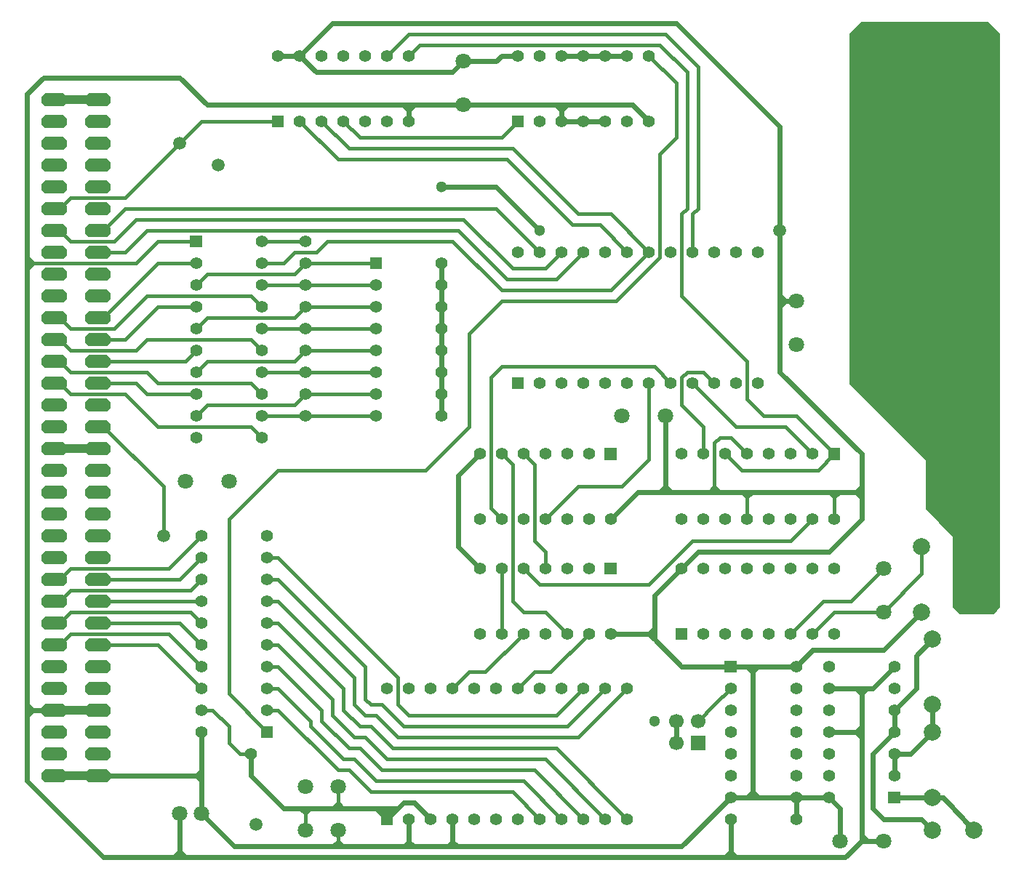
<source format=gbr>
%FSLAX34Y34*%
%MOMM*%
%LNCOPPER_BOTTOM*%
G71*
G01*
%ADD10C,0.400*%
%ADD11C,1.000*%
%ADD12C,1.400*%
%ADD13C,0.600*%
%ADD14C,1.400*%
%ADD15C,2.000*%
%ADD16C,1.700*%
%ADD17C,1.800*%
%ADD18C,1.500*%
%ADD19C,1.300*%
%LPD*%
G36*
X67550Y854012D02*
X71938Y858400D01*
X93162Y858400D01*
X97550Y854012D01*
X97550Y847788D01*
X93162Y843400D01*
X71938Y843400D01*
X67550Y847788D01*
X67550Y854012D01*
G37*
G36*
X118350Y854012D02*
X122738Y858400D01*
X143962Y858400D01*
X148350Y854012D01*
X148350Y847788D01*
X143962Y843400D01*
X122738Y843400D01*
X118350Y847788D01*
X118350Y854012D01*
G37*
G36*
X67550Y828612D02*
X71938Y833000D01*
X93162Y833000D01*
X97550Y828612D01*
X97550Y822388D01*
X93162Y818000D01*
X71938Y818000D01*
X67550Y822388D01*
X67550Y828612D01*
G37*
G36*
X118350Y828612D02*
X122738Y833000D01*
X143962Y833000D01*
X148350Y828612D01*
X148350Y822388D01*
X143962Y818000D01*
X122738Y818000D01*
X118350Y822388D01*
X118350Y828612D01*
G37*
G36*
X67550Y803212D02*
X71938Y807600D01*
X93162Y807600D01*
X97550Y803212D01*
X97550Y796988D01*
X93162Y792600D01*
X71938Y792600D01*
X67550Y796988D01*
X67550Y803212D01*
G37*
G36*
X118350Y803212D02*
X122738Y807600D01*
X143962Y807600D01*
X148350Y803212D01*
X148350Y796988D01*
X143962Y792600D01*
X122738Y792600D01*
X118350Y796988D01*
X118350Y803212D01*
G37*
G36*
X67550Y777812D02*
X71938Y782200D01*
X93162Y782200D01*
X97550Y777812D01*
X97550Y771588D01*
X93162Y767200D01*
X71938Y767200D01*
X67550Y771588D01*
X67550Y777812D01*
G37*
G36*
X118350Y777812D02*
X122738Y782200D01*
X143962Y782200D01*
X148350Y777812D01*
X148350Y771588D01*
X143962Y767200D01*
X122738Y767200D01*
X118350Y771588D01*
X118350Y777812D01*
G37*
G36*
X67550Y752412D02*
X71938Y756800D01*
X93162Y756800D01*
X97550Y752412D01*
X97550Y746188D01*
X93162Y741800D01*
X71938Y741800D01*
X67550Y746188D01*
X67550Y752412D01*
G37*
G36*
X118350Y752412D02*
X122738Y756800D01*
X143962Y756800D01*
X148350Y752412D01*
X148350Y746188D01*
X143962Y741800D01*
X122738Y741800D01*
X118350Y746188D01*
X118350Y752412D01*
G37*
G36*
X67550Y727012D02*
X71938Y731400D01*
X93162Y731400D01*
X97550Y727012D01*
X97550Y720788D01*
X93162Y716400D01*
X71938Y716400D01*
X67550Y720788D01*
X67550Y727012D01*
G37*
G36*
X118350Y727012D02*
X122738Y731400D01*
X143962Y731400D01*
X148350Y727012D01*
X148350Y720788D01*
X143962Y716400D01*
X122738Y716400D01*
X118350Y720788D01*
X118350Y727012D01*
G37*
G36*
X67550Y701612D02*
X71938Y706000D01*
X93162Y706000D01*
X97550Y701612D01*
X97550Y695388D01*
X93162Y691000D01*
X71938Y691000D01*
X67550Y695388D01*
X67550Y701612D01*
G37*
G36*
X118350Y701612D02*
X122738Y706000D01*
X143962Y706000D01*
X148350Y701612D01*
X148350Y695388D01*
X143962Y691000D01*
X122738Y691000D01*
X118350Y695388D01*
X118350Y701612D01*
G37*
G36*
X67550Y676212D02*
X71938Y680600D01*
X93162Y680600D01*
X97550Y676212D01*
X97550Y669988D01*
X93162Y665600D01*
X71938Y665600D01*
X67550Y669988D01*
X67550Y676212D01*
G37*
G36*
X118350Y676212D02*
X122738Y680600D01*
X143962Y680600D01*
X148350Y676212D01*
X148350Y669988D01*
X143962Y665600D01*
X122738Y665600D01*
X118350Y669988D01*
X118350Y676212D01*
G37*
G36*
X67550Y650812D02*
X71938Y655200D01*
X93162Y655200D01*
X97550Y650812D01*
X97550Y644588D01*
X93162Y640200D01*
X71938Y640200D01*
X67550Y644588D01*
X67550Y650812D01*
G37*
G36*
X118350Y650812D02*
X122738Y655200D01*
X143962Y655200D01*
X148350Y650812D01*
X148350Y644588D01*
X143962Y640200D01*
X122738Y640200D01*
X118350Y644588D01*
X118350Y650812D01*
G37*
G36*
X67550Y625412D02*
X71938Y629800D01*
X93162Y629800D01*
X97550Y625412D01*
X97550Y619188D01*
X93162Y614800D01*
X71938Y614800D01*
X67550Y619188D01*
X67550Y625412D01*
G37*
G36*
X118350Y625412D02*
X122738Y629800D01*
X143962Y629800D01*
X148350Y625412D01*
X148350Y619188D01*
X143962Y614800D01*
X122738Y614800D01*
X118350Y619188D01*
X118350Y625412D01*
G37*
G36*
X67550Y600012D02*
X71938Y604400D01*
X93162Y604400D01*
X97550Y600012D01*
X97550Y593788D01*
X93162Y589400D01*
X71938Y589400D01*
X67550Y593788D01*
X67550Y600012D01*
G37*
G36*
X118350Y600012D02*
X122738Y604400D01*
X143962Y604400D01*
X148350Y600012D01*
X148350Y593788D01*
X143962Y589400D01*
X122738Y589400D01*
X118350Y593788D01*
X118350Y600012D01*
G37*
G36*
X67550Y574612D02*
X71938Y579000D01*
X93162Y579000D01*
X97550Y574612D01*
X97550Y568388D01*
X93162Y564000D01*
X71938Y564000D01*
X67550Y568388D01*
X67550Y574612D01*
G37*
G36*
X118350Y574612D02*
X122738Y579000D01*
X143962Y579000D01*
X148350Y574612D01*
X148350Y568388D01*
X143962Y564000D01*
X122738Y564000D01*
X118350Y568388D01*
X118350Y574612D01*
G37*
G36*
X67550Y549212D02*
X71938Y553600D01*
X93162Y553600D01*
X97550Y549212D01*
X97550Y542988D01*
X93162Y538600D01*
X71938Y538600D01*
X67550Y542988D01*
X67550Y549212D01*
G37*
G36*
X118350Y549212D02*
X122738Y553600D01*
X143962Y553600D01*
X148350Y549212D01*
X148350Y542988D01*
X143962Y538600D01*
X122738Y538600D01*
X118350Y542988D01*
X118350Y549212D01*
G37*
G36*
X67550Y523812D02*
X71938Y528200D01*
X93162Y528200D01*
X97550Y523812D01*
X97550Y517588D01*
X93162Y513200D01*
X71938Y513200D01*
X67550Y517588D01*
X67550Y523812D01*
G37*
G36*
X118350Y523812D02*
X122738Y528200D01*
X143962Y528200D01*
X148350Y523812D01*
X148350Y517588D01*
X143962Y513200D01*
X122738Y513200D01*
X118350Y517588D01*
X118350Y523812D01*
G37*
G36*
X67550Y498412D02*
X71938Y502800D01*
X93162Y502800D01*
X97550Y498412D01*
X97550Y492188D01*
X93162Y487800D01*
X71938Y487800D01*
X67550Y492188D01*
X67550Y498412D01*
G37*
G36*
X118350Y498412D02*
X122738Y502800D01*
X143962Y502800D01*
X148350Y498412D01*
X148350Y492188D01*
X143962Y487800D01*
X122738Y487800D01*
X118350Y492188D01*
X118350Y498412D01*
G37*
G36*
X67550Y473012D02*
X71938Y477400D01*
X93162Y477400D01*
X97550Y473012D01*
X97550Y466788D01*
X93162Y462400D01*
X71938Y462400D01*
X67550Y466788D01*
X67550Y473012D01*
G37*
G36*
X118350Y473012D02*
X122738Y477400D01*
X143962Y477400D01*
X148350Y473012D01*
X148350Y466788D01*
X143962Y462400D01*
X122738Y462400D01*
X118350Y466788D01*
X118350Y473012D01*
G37*
G36*
X67550Y447612D02*
X71938Y452000D01*
X93162Y452000D01*
X97550Y447612D01*
X97550Y441388D01*
X93162Y437000D01*
X71938Y437000D01*
X67550Y441388D01*
X67550Y447612D01*
G37*
G36*
X118350Y447612D02*
X122738Y452000D01*
X143962Y452000D01*
X148350Y447612D01*
X148350Y441388D01*
X143962Y437000D01*
X122738Y437000D01*
X118350Y441388D01*
X118350Y447612D01*
G37*
G36*
X67550Y422212D02*
X71938Y426600D01*
X93162Y426600D01*
X97550Y422212D01*
X97550Y415988D01*
X93162Y411600D01*
X71938Y411600D01*
X67550Y415988D01*
X67550Y422212D01*
G37*
G36*
X118350Y422212D02*
X122738Y426600D01*
X143962Y426600D01*
X148350Y422212D01*
X148350Y415988D01*
X143962Y411600D01*
X122738Y411600D01*
X118350Y415988D01*
X118350Y422212D01*
G37*
G36*
X67550Y396812D02*
X71938Y401200D01*
X93162Y401200D01*
X97550Y396812D01*
X97550Y390588D01*
X93162Y386200D01*
X71938Y386200D01*
X67550Y390588D01*
X67550Y396812D01*
G37*
G36*
X118350Y396812D02*
X122738Y401200D01*
X143962Y401200D01*
X148350Y396812D01*
X148350Y390588D01*
X143962Y386200D01*
X122738Y386200D01*
X118350Y390588D01*
X118350Y396812D01*
G37*
G36*
X67550Y371412D02*
X71938Y375800D01*
X93162Y375800D01*
X97550Y371412D01*
X97550Y365188D01*
X93162Y360800D01*
X71938Y360800D01*
X67550Y365188D01*
X67550Y371412D01*
G37*
G36*
X118350Y371412D02*
X122738Y375800D01*
X143962Y375800D01*
X148350Y371412D01*
X148350Y365188D01*
X143962Y360800D01*
X122738Y360800D01*
X118350Y365188D01*
X118350Y371412D01*
G37*
G36*
X67550Y346012D02*
X71938Y350400D01*
X93162Y350400D01*
X97550Y346012D01*
X97550Y339788D01*
X93162Y335400D01*
X71938Y335400D01*
X67550Y339788D01*
X67550Y346012D01*
G37*
G36*
X118350Y346012D02*
X122738Y350400D01*
X143962Y350400D01*
X148350Y346012D01*
X148350Y339788D01*
X143962Y335400D01*
X122738Y335400D01*
X118350Y339788D01*
X118350Y346012D01*
G37*
G36*
X67550Y320612D02*
X71938Y325000D01*
X93162Y325000D01*
X97550Y320612D01*
X97550Y314388D01*
X93162Y310000D01*
X71938Y310000D01*
X67550Y314388D01*
X67550Y320612D01*
G37*
G36*
X118350Y320612D02*
X122738Y325000D01*
X143962Y325000D01*
X148350Y320612D01*
X148350Y314388D01*
X143962Y310000D01*
X122738Y310000D01*
X118350Y314388D01*
X118350Y320612D01*
G37*
G36*
X67550Y295212D02*
X71938Y299600D01*
X93162Y299600D01*
X97550Y295212D01*
X97550Y288988D01*
X93162Y284600D01*
X71938Y284600D01*
X67550Y288988D01*
X67550Y295212D01*
G37*
G36*
X118350Y295212D02*
X122738Y299600D01*
X143962Y299600D01*
X148350Y295212D01*
X148350Y288988D01*
X143962Y284600D01*
X122738Y284600D01*
X118350Y288988D01*
X118350Y295212D01*
G37*
G36*
X67550Y269812D02*
X71938Y274200D01*
X93162Y274200D01*
X97550Y269812D01*
X97550Y263588D01*
X93162Y259200D01*
X71938Y259200D01*
X67550Y263588D01*
X67550Y269812D01*
G37*
G36*
X118350Y269812D02*
X122738Y274200D01*
X143962Y274200D01*
X148350Y269812D01*
X148350Y263588D01*
X143962Y259200D01*
X122738Y259200D01*
X118350Y263588D01*
X118350Y269812D01*
G37*
G36*
X67550Y244412D02*
X71938Y248800D01*
X93162Y248800D01*
X97550Y244412D01*
X97550Y238188D01*
X93162Y233800D01*
X71938Y233800D01*
X67550Y238188D01*
X67550Y244412D01*
G37*
G36*
X118350Y244412D02*
X122738Y248800D01*
X143962Y248800D01*
X148350Y244412D01*
X148350Y238188D01*
X143962Y233800D01*
X122738Y233800D01*
X118350Y238188D01*
X118350Y244412D01*
G37*
G36*
X67550Y219012D02*
X71938Y223400D01*
X93162Y223400D01*
X97550Y219012D01*
X97550Y212788D01*
X93162Y208400D01*
X71938Y208400D01*
X67550Y212788D01*
X67550Y219012D01*
G37*
G36*
X118350Y219012D02*
X122738Y223400D01*
X143962Y223400D01*
X148350Y219012D01*
X148350Y212788D01*
X143962Y208400D01*
X122738Y208400D01*
X118350Y212788D01*
X118350Y219012D01*
G37*
G36*
X67550Y193612D02*
X71938Y198000D01*
X93162Y198000D01*
X97550Y193612D01*
X97550Y187388D01*
X93162Y183000D01*
X71938Y183000D01*
X67550Y187388D01*
X67550Y193612D01*
G37*
G36*
X118350Y193612D02*
X122738Y198000D01*
X143962Y198000D01*
X148350Y193612D01*
X148350Y187388D01*
X143962Y183000D01*
X122738Y183000D01*
X118350Y187388D01*
X118350Y193612D01*
G37*
G36*
X67550Y168212D02*
X71938Y172600D01*
X93162Y172600D01*
X97550Y168212D01*
X97550Y161988D01*
X93162Y157600D01*
X71938Y157600D01*
X67550Y161988D01*
X67550Y168212D01*
G37*
G36*
X118350Y168212D02*
X122738Y172600D01*
X143962Y172600D01*
X148350Y168212D01*
X148350Y161988D01*
X143962Y157600D01*
X122738Y157600D01*
X118350Y161988D01*
X118350Y168212D01*
G37*
G36*
X67550Y142812D02*
X71938Y147200D01*
X93162Y147200D01*
X97550Y142812D01*
X97550Y136588D01*
X93162Y132200D01*
X71938Y132200D01*
X67550Y136588D01*
X67550Y142812D01*
G37*
G36*
X118350Y142812D02*
X122738Y147200D01*
X143962Y147200D01*
X148350Y142812D01*
X148350Y136588D01*
X143962Y132200D01*
X122738Y132200D01*
X118350Y136588D01*
X118350Y142812D01*
G37*
G36*
X67550Y117412D02*
X71938Y121800D01*
X93162Y121800D01*
X97550Y117412D01*
X97550Y111188D01*
X93162Y106800D01*
X71938Y106800D01*
X67550Y111188D01*
X67550Y117412D01*
G37*
G36*
X118350Y117412D02*
X122738Y121800D01*
X143962Y121800D01*
X148350Y117412D01*
X148350Y111188D01*
X143962Y106800D01*
X122738Y106800D01*
X118350Y111188D01*
X118350Y117412D01*
G37*
G36*
X67550Y92012D02*
X71938Y96400D01*
X93162Y96400D01*
X97550Y92012D01*
X97550Y85788D01*
X93162Y81400D01*
X71938Y81400D01*
X67550Y85788D01*
X67550Y92012D01*
G37*
G36*
X118350Y92012D02*
X122738Y96400D01*
X143962Y96400D01*
X148350Y92012D01*
X148350Y85788D01*
X143962Y81400D01*
X122738Y81400D01*
X118350Y85788D01*
X118350Y92012D01*
G37*
G36*
X67550Y66612D02*
X71938Y71000D01*
X93162Y71000D01*
X97550Y66612D01*
X97550Y60388D01*
X93162Y56000D01*
X71938Y56000D01*
X67550Y60388D01*
X67550Y66612D01*
G37*
G36*
X118350Y66612D02*
X122738Y71000D01*
X143962Y71000D01*
X148350Y66612D01*
X148350Y60388D01*
X143962Y56000D01*
X122738Y56000D01*
X118350Y60388D01*
X118350Y66612D01*
G37*
G54D10*
X82550Y850900D02*
X88900Y850900D01*
G54D11*
X82550Y444500D02*
X133350Y444500D01*
X139700Y444500D01*
G54D11*
X82550Y63500D02*
X133350Y63500D01*
G54D11*
X82550Y850900D02*
X133350Y850900D01*
G54D11*
X82550Y139700D02*
X133350Y139700D01*
G36*
X254650Y692800D02*
X254650Y678800D01*
X240650Y678800D01*
X240650Y692800D01*
X254650Y692800D01*
G37*
X247650Y660400D02*
G54D12*
D03*
X247650Y635000D02*
G54D12*
D03*
X247650Y609600D02*
G54D12*
D03*
X247650Y584200D02*
G54D12*
D03*
X247650Y558800D02*
G54D12*
D03*
X247650Y533400D02*
G54D12*
D03*
X247650Y508000D02*
G54D12*
D03*
X247650Y482600D02*
G54D12*
D03*
X247650Y457200D02*
G54D12*
D03*
X323850Y457200D02*
G54D12*
D03*
X323850Y482600D02*
G54D12*
D03*
X323850Y508000D02*
G54D12*
D03*
X323850Y533400D02*
G54D12*
D03*
X323850Y558800D02*
G54D12*
D03*
X323850Y584200D02*
G54D12*
D03*
X323850Y609600D02*
G54D12*
D03*
X323850Y635000D02*
G54D12*
D03*
X323850Y660400D02*
G54D12*
D03*
X323850Y685800D02*
G54D12*
D03*
G54D10*
X247650Y635000D02*
X260350Y647700D01*
X361950Y647700D01*
X374650Y660400D01*
X457200Y660400D01*
G54D10*
X247650Y584200D02*
X260350Y596900D01*
X361950Y596900D01*
X374650Y609600D01*
X457200Y609600D01*
G54D10*
X247650Y533400D02*
X260350Y546100D01*
X361950Y546100D01*
X374650Y558800D01*
X457200Y558800D01*
G54D10*
X247650Y482600D02*
X260350Y495300D01*
X361950Y495300D01*
X374650Y508000D01*
X457200Y508000D01*
G54D10*
X323850Y635000D02*
X457200Y635000D01*
G54D10*
X323850Y584200D02*
X457200Y584200D01*
G54D10*
X323850Y533400D02*
X457200Y533400D01*
G54D10*
X323850Y482600D02*
X457200Y482600D01*
G54D10*
X139700Y596900D02*
X203200Y660400D01*
X247650Y660400D01*
G54D10*
X133350Y571500D02*
X165100Y571500D01*
X203200Y609600D01*
X247650Y609600D01*
G54D10*
X88900Y571500D02*
X101600Y558800D01*
X177800Y558800D01*
X190500Y571500D01*
X311150Y571500D01*
X323850Y558800D01*
G54D10*
X133350Y546100D02*
X234950Y546100D01*
X247650Y558800D01*
G54D10*
X133350Y520700D02*
X177800Y520700D01*
X190500Y508000D01*
X247650Y508000D01*
G54D13*
X533400Y482600D02*
X533400Y508000D01*
X533400Y533400D01*
X533400Y558800D01*
X533400Y584200D01*
X533400Y609600D01*
X533400Y635000D01*
X533400Y660400D01*
X374650Y508000D02*
G54D14*
D03*
X374650Y533400D02*
G54D14*
D03*
X374650Y558800D02*
G54D14*
D03*
X374650Y584200D02*
G54D14*
D03*
X374650Y609600D02*
G54D14*
D03*
X374650Y635000D02*
G54D14*
D03*
X374650Y660400D02*
G54D14*
D03*
X374650Y685800D02*
G54D14*
D03*
X374650Y482600D02*
G54D14*
D03*
G36*
X335900Y832500D02*
X349900Y832500D01*
X349900Y818500D01*
X335900Y818500D01*
X335900Y832500D01*
G37*
X368300Y825500D02*
G54D12*
D03*
X393700Y825500D02*
G54D12*
D03*
X419100Y825500D02*
G54D12*
D03*
X444500Y825500D02*
G54D12*
D03*
X469900Y825500D02*
G54D12*
D03*
X495300Y825500D02*
G54D12*
D03*
X495300Y901700D02*
G54D12*
D03*
X469900Y901700D02*
G54D12*
D03*
X444500Y901700D02*
G54D12*
D03*
X419100Y901700D02*
G54D12*
D03*
X393700Y901700D02*
G54D12*
D03*
X368300Y901700D02*
G54D12*
D03*
X342900Y901700D02*
G54D12*
D03*
G36*
X615300Y527700D02*
X629300Y527700D01*
X629300Y513700D01*
X615300Y513700D01*
X615300Y527700D01*
G37*
X647700Y520700D02*
G54D12*
D03*
X673100Y520700D02*
G54D12*
D03*
X698500Y520700D02*
G54D12*
D03*
X723900Y520700D02*
G54D12*
D03*
X749300Y520700D02*
G54D12*
D03*
X774700Y520700D02*
G54D12*
D03*
X800100Y520700D02*
G54D12*
D03*
X825500Y520700D02*
G54D12*
D03*
X850900Y520700D02*
G54D12*
D03*
X876300Y520700D02*
G54D12*
D03*
X901700Y520700D02*
G54D12*
D03*
X901700Y673100D02*
G54D12*
D03*
X876300Y673100D02*
G54D12*
D03*
X850900Y673100D02*
G54D12*
D03*
X825500Y673100D02*
G54D12*
D03*
X800100Y673100D02*
G54D12*
D03*
X774700Y673100D02*
G54D12*
D03*
X749300Y673100D02*
G54D12*
D03*
X723900Y673100D02*
G54D12*
D03*
X698500Y673100D02*
G54D12*
D03*
X673100Y673100D02*
G54D12*
D03*
X647700Y673100D02*
G54D12*
D03*
X622300Y673100D02*
G54D12*
D03*
G54D10*
X88900Y723900D02*
X101600Y736600D01*
X165100Y736600D01*
X254000Y825500D01*
X342900Y825500D01*
G54D10*
X133350Y698500D02*
X139700Y698500D01*
X165100Y723900D01*
X596900Y723900D01*
X647700Y673100D01*
G36*
X615300Y832500D02*
X629300Y832500D01*
X629300Y818500D01*
X615300Y818500D01*
X615300Y832500D01*
G37*
X647700Y825500D02*
G54D12*
D03*
X673100Y825500D02*
G54D12*
D03*
X698500Y825500D02*
G54D12*
D03*
X723900Y825500D02*
G54D12*
D03*
X749300Y825500D02*
G54D12*
D03*
X774700Y825500D02*
G54D12*
D03*
X774700Y901700D02*
G54D12*
D03*
X749300Y901700D02*
G54D12*
D03*
X723900Y901700D02*
G54D12*
D03*
X698500Y901700D02*
G54D12*
D03*
X673100Y901700D02*
G54D12*
D03*
X647700Y901700D02*
G54D12*
D03*
X622300Y901700D02*
G54D12*
D03*
G54D10*
X368300Y825500D02*
X412750Y781050D01*
X609600Y781050D01*
X685800Y704850D01*
X717550Y704850D01*
X749300Y673100D01*
G54D10*
X88900Y698500D02*
X101600Y685800D01*
X152400Y685800D01*
X177800Y711200D01*
X558800Y711200D01*
X615950Y654050D01*
X654050Y654050D01*
X673100Y673100D01*
G54D10*
X133350Y673100D02*
X165100Y673100D01*
X190500Y698500D01*
X552450Y698500D01*
X609600Y641350D01*
X666750Y641350D01*
X698500Y673100D01*
G54D10*
X393700Y825500D02*
X425450Y793750D01*
X615950Y793750D01*
X692150Y717550D01*
X730250Y717550D01*
X774700Y673100D01*
G54D10*
X419100Y825500D02*
X438150Y806450D01*
X603250Y806450D01*
X622300Y825500D01*
G54D13*
X673100Y901700D02*
X698500Y901700D01*
X723900Y901700D01*
X749300Y901700D01*
G36*
X323200Y107300D02*
X323200Y121300D01*
X337200Y121300D01*
X337200Y107300D01*
X323200Y107300D01*
G37*
X330200Y139700D02*
G54D12*
D03*
X330200Y165100D02*
G54D12*
D03*
X330200Y190500D02*
G54D12*
D03*
X330200Y215900D02*
G54D12*
D03*
X330200Y241300D02*
G54D12*
D03*
X330200Y266700D02*
G54D12*
D03*
X330200Y292100D02*
G54D12*
D03*
X330200Y317500D02*
G54D12*
D03*
X330200Y342900D02*
G54D12*
D03*
X254000Y342900D02*
G54D12*
D03*
X254000Y317500D02*
G54D12*
D03*
X254000Y292100D02*
G54D12*
D03*
X254000Y266700D02*
G54D12*
D03*
X254000Y241300D02*
G54D12*
D03*
X254000Y215900D02*
G54D12*
D03*
X254000Y190500D02*
G54D12*
D03*
X254000Y165100D02*
G54D12*
D03*
X254000Y139700D02*
G54D12*
D03*
X254000Y114300D02*
G54D12*
D03*
G54D10*
X133350Y215900D02*
X203200Y215900D01*
X254000Y165100D01*
G54D10*
X101600Y228600D02*
X215900Y228600D01*
X254000Y190500D01*
G54D10*
X88900Y241300D02*
X101600Y254000D01*
X241300Y254000D01*
X254000Y241300D01*
G54D10*
X133350Y266700D02*
X254000Y266700D01*
G54D10*
X133350Y292100D02*
X228600Y292100D01*
X254000Y317500D01*
G54D10*
X88900Y292100D02*
X101600Y304800D01*
X215900Y304800D01*
X254000Y342900D01*
G54D10*
X88900Y266700D02*
X101600Y279400D01*
X241300Y279400D01*
X254000Y292100D01*
G36*
X1053450Y31100D02*
X1053450Y45100D01*
X1067450Y45100D01*
X1067450Y31100D01*
X1053450Y31100D01*
G37*
X1060450Y63500D02*
G54D12*
D03*
X1060450Y88900D02*
G54D12*
D03*
X1060450Y114300D02*
G54D12*
D03*
X1060450Y139700D02*
G54D12*
D03*
X1060450Y165100D02*
G54D12*
D03*
X1060450Y190500D02*
G54D12*
D03*
X984250Y190500D02*
G54D12*
D03*
X984250Y165100D02*
G54D12*
D03*
X984250Y139700D02*
G54D12*
D03*
X984250Y114300D02*
G54D12*
D03*
X984250Y88900D02*
G54D12*
D03*
X984250Y63500D02*
G54D12*
D03*
X984250Y38100D02*
G54D12*
D03*
X1104900Y38100D02*
G54D15*
D03*
X1104900Y114300D02*
G54D15*
D03*
X1104900Y146050D02*
G54D15*
D03*
X1104900Y222250D02*
G54D15*
D03*
G54D13*
X1060450Y63500D02*
X1060450Y88900D01*
G54D13*
X1060450Y114300D02*
X1060450Y139700D01*
G54D13*
X1104900Y114300D02*
X1079500Y88900D01*
X1060450Y88900D01*
X1104900Y0D02*
G54D15*
D03*
X1153300Y0D02*
G54D15*
D03*
G54D13*
X1153300Y0D02*
X1117600Y38100D01*
X1060450Y38100D01*
G54D13*
X1104900Y146050D02*
X1104900Y114300D01*
G36*
X876950Y197500D02*
X876950Y183500D01*
X862950Y183500D01*
X862950Y197500D01*
X876950Y197500D01*
G37*
X869950Y165100D02*
G54D12*
D03*
X869950Y139700D02*
G54D12*
D03*
X869950Y114300D02*
G54D12*
D03*
X869950Y88900D02*
G54D12*
D03*
X869950Y63500D02*
G54D12*
D03*
X869950Y38100D02*
G54D12*
D03*
X869950Y12700D02*
G54D12*
D03*
X946150Y12700D02*
G54D12*
D03*
X946150Y38100D02*
G54D12*
D03*
X946150Y63500D02*
G54D12*
D03*
X946150Y88900D02*
G54D12*
D03*
X946150Y114300D02*
G54D12*
D03*
X946150Y139700D02*
G54D12*
D03*
X946150Y165100D02*
G54D12*
D03*
X946150Y190500D02*
G54D12*
D03*
G54D13*
X895350Y190500D02*
X895350Y38100D01*
G54D13*
X869950Y38100D02*
X946150Y38100D01*
X946150Y12700D01*
G36*
X823350Y93100D02*
X823350Y110100D01*
X840350Y110100D01*
X840350Y93100D01*
X823350Y93100D01*
G37*
X806450Y101600D02*
G54D16*
D03*
X831850Y127000D02*
G54D16*
D03*
X806450Y127000D02*
G54D16*
D03*
G54D13*
X806450Y127000D02*
X806450Y101600D01*
G36*
X895350Y44450D02*
X901700Y38100D01*
X889000Y38100D01*
X895350Y44450D01*
G37*
G54D13*
X895350Y44450D02*
X901700Y38100D01*
X889000Y38100D01*
X895350Y44450D01*
G54D13*
X869950Y190500D02*
X946150Y190500D01*
G36*
X895350Y184150D02*
X889000Y190500D01*
X901700Y190500D01*
X895350Y184150D01*
G37*
G54D13*
X895350Y184150D02*
X889000Y190500D01*
X901700Y190500D01*
X895350Y184150D01*
G54D13*
X1104900Y222250D02*
X1085850Y203200D01*
X1085850Y165100D01*
X1060450Y139700D01*
G36*
X737250Y431150D02*
X723250Y431150D01*
X723250Y445150D01*
X737250Y445150D01*
X737250Y431150D01*
G37*
X704850Y438150D02*
G54D12*
D03*
X679450Y438150D02*
G54D12*
D03*
X654050Y438150D02*
G54D12*
D03*
X628650Y438150D02*
G54D12*
D03*
X603250Y438150D02*
G54D12*
D03*
X577850Y438150D02*
G54D12*
D03*
X577850Y361950D02*
G54D12*
D03*
X603250Y361950D02*
G54D12*
D03*
X628650Y361950D02*
G54D12*
D03*
X654050Y361950D02*
G54D12*
D03*
X679450Y361950D02*
G54D12*
D03*
X704850Y361950D02*
G54D12*
D03*
X730250Y361950D02*
G54D12*
D03*
G36*
X997600Y431150D02*
X983600Y431150D01*
X983600Y445150D01*
X997600Y445150D01*
X997600Y431150D01*
G37*
X965200Y438150D02*
G54D12*
D03*
X939800Y438150D02*
G54D12*
D03*
X914400Y438150D02*
G54D12*
D03*
X889000Y438150D02*
G54D12*
D03*
X863600Y438150D02*
G54D12*
D03*
X838200Y438150D02*
G54D12*
D03*
X812800Y438150D02*
G54D12*
D03*
X812800Y361950D02*
G54D12*
D03*
X838200Y361950D02*
G54D12*
D03*
X863600Y361950D02*
G54D12*
D03*
X889000Y361950D02*
G54D12*
D03*
X914400Y361950D02*
G54D12*
D03*
X939800Y361950D02*
G54D12*
D03*
X965200Y361950D02*
G54D12*
D03*
X990600Y361950D02*
G54D12*
D03*
G36*
X737250Y297800D02*
X723250Y297800D01*
X723250Y311800D01*
X737250Y311800D01*
X737250Y297800D01*
G37*
X704850Y304800D02*
G54D12*
D03*
X679450Y304800D02*
G54D12*
D03*
X654050Y304800D02*
G54D12*
D03*
X628650Y304800D02*
G54D12*
D03*
X603250Y304800D02*
G54D12*
D03*
X577850Y304800D02*
G54D12*
D03*
X577850Y228600D02*
G54D12*
D03*
X603250Y228600D02*
G54D12*
D03*
X628650Y228600D02*
G54D12*
D03*
X654050Y228600D02*
G54D12*
D03*
X679450Y228600D02*
G54D12*
D03*
X704850Y228600D02*
G54D12*
D03*
X730250Y228600D02*
G54D12*
D03*
G54D10*
X863600Y438150D02*
X863600Y438150D01*
X882650Y419100D01*
X971550Y419100D01*
X990600Y438150D01*
G54D10*
X850900Y520700D02*
X838200Y533400D01*
X819150Y533400D01*
X812800Y527050D01*
X812800Y495300D01*
X838200Y469900D01*
X838200Y438150D01*
G54D10*
X774700Y520700D02*
X774700Y431800D01*
X742950Y400050D01*
X692150Y400050D01*
X654050Y361950D01*
G54D10*
X800100Y520700D02*
X781050Y539750D01*
X603250Y539750D01*
X590550Y527050D01*
X590550Y374650D01*
X603250Y361950D01*
G36*
X805800Y235600D02*
X819800Y235600D01*
X819800Y221600D01*
X805800Y221600D01*
X805800Y235600D01*
G37*
X838200Y228600D02*
G54D12*
D03*
X863600Y228600D02*
G54D12*
D03*
X889000Y228600D02*
G54D12*
D03*
X914400Y228600D02*
G54D12*
D03*
X939800Y228600D02*
G54D12*
D03*
X965200Y228600D02*
G54D12*
D03*
X990600Y228600D02*
G54D12*
D03*
X990600Y304800D02*
G54D12*
D03*
X965200Y304800D02*
G54D12*
D03*
X939800Y304800D02*
G54D12*
D03*
X914400Y304800D02*
G54D12*
D03*
X889000Y304800D02*
G54D12*
D03*
X863600Y304800D02*
G54D12*
D03*
X838200Y304800D02*
G54D12*
D03*
X812800Y304800D02*
G54D12*
D03*
G54D10*
X654050Y304800D02*
X654050Y323850D01*
X641350Y336550D01*
X641350Y425450D01*
X628650Y438150D01*
G54D10*
X603250Y438150D02*
X615950Y425450D01*
X615950Y266700D01*
X628650Y254000D01*
X654050Y254000D01*
X679450Y228600D01*
G54D10*
X603250Y228600D02*
X603250Y304800D01*
G54D10*
X469900Y901700D02*
X495300Y927100D01*
X793750Y927100D01*
X831850Y889000D01*
X831850Y723900D01*
X825500Y717550D01*
X825500Y673100D01*
X1047750Y304800D02*
G54D17*
D03*
X1047750Y254000D02*
G54D17*
D03*
X1092200Y254000D02*
G54D15*
D03*
X1092200Y330200D02*
G54D15*
D03*
G36*
X462900Y19700D02*
X476900Y19700D01*
X476900Y5700D01*
X462900Y5700D01*
X462900Y19700D01*
G37*
X495300Y12700D02*
G54D12*
D03*
X520700Y12700D02*
G54D12*
D03*
X546100Y12700D02*
G54D12*
D03*
X571500Y12700D02*
G54D12*
D03*
X596900Y12700D02*
G54D12*
D03*
X622300Y12700D02*
G54D12*
D03*
X647700Y12700D02*
G54D12*
D03*
X673100Y12700D02*
G54D12*
D03*
X698500Y12700D02*
G54D12*
D03*
X723900Y12700D02*
G54D12*
D03*
X749300Y12700D02*
G54D12*
D03*
X749300Y165100D02*
G54D12*
D03*
X723900Y165100D02*
G54D12*
D03*
X698500Y165100D02*
G54D12*
D03*
X673100Y165100D02*
G54D12*
D03*
X647700Y165100D02*
G54D12*
D03*
X622300Y165100D02*
G54D12*
D03*
X596900Y165100D02*
G54D12*
D03*
X571500Y165100D02*
G54D12*
D03*
X546100Y165100D02*
G54D12*
D03*
X520700Y165100D02*
G54D12*
D03*
X495300Y165100D02*
G54D12*
D03*
X469900Y165100D02*
G54D12*
D03*
G54D10*
X330200Y139700D02*
X342900Y139700D01*
X412750Y69850D01*
X425450Y69850D01*
X450850Y44450D01*
X615950Y44450D01*
X647700Y12700D01*
G54D10*
X330200Y190500D02*
X342900Y190500D01*
X393700Y139700D01*
X393700Y127000D01*
X425450Y95250D01*
X438150Y95250D01*
X463550Y69850D01*
G54D10*
X330200Y215900D02*
X342900Y215900D01*
X406400Y152400D01*
X406400Y133350D01*
X431800Y107950D01*
X444500Y107950D01*
X469900Y82550D01*
G54D10*
X330200Y292100D02*
X342900Y292100D01*
X444500Y190500D01*
X444500Y152400D01*
X450850Y146050D01*
X463550Y146050D01*
X488950Y120650D01*
G54D10*
X330200Y317500D02*
X342900Y317500D01*
X482600Y177800D01*
X482600Y146050D01*
X495300Y133350D01*
X666750Y133350D01*
X698500Y165100D01*
G54D13*
X469900Y12700D02*
X488950Y31750D01*
X501650Y31750D01*
X520700Y12700D01*
G54D10*
X628650Y228600D02*
X584200Y184150D01*
X565150Y184150D01*
X546100Y165100D01*
G54D10*
X704850Y228600D02*
X660400Y184150D01*
X641350Y184150D01*
X622300Y165100D01*
G54D10*
X628650Y304800D02*
X647700Y285750D01*
X774700Y285750D01*
X825500Y336550D01*
X939800Y336550D01*
X965200Y361950D01*
G54D10*
X939800Y228600D02*
X977900Y266700D01*
X1009650Y266700D01*
X1047750Y304800D01*
G54D10*
X965200Y228600D02*
X990600Y254000D01*
X1047750Y254000D01*
G54D10*
X1047750Y254000D02*
X1092200Y298450D01*
G54D10*
X1092200Y298450D02*
X1092200Y330200D01*
G54D13*
X946150Y190500D02*
X965200Y209550D01*
X1047750Y209550D01*
X1092200Y254000D01*
G54D13*
X869950Y12700D02*
X869950Y-31750D01*
X1047750Y-12700D02*
G54D17*
D03*
X996950Y-12700D02*
G54D17*
D03*
G54D13*
X1022350Y-12700D02*
X1047750Y-12700D01*
G36*
X1022350Y-12700D02*
X1022350Y-6350D01*
X1028700Y-12700D01*
X1022350Y-12700D01*
G37*
G54D13*
X1022350Y-12700D02*
X1022350Y-6350D01*
X1028700Y-12700D01*
X1022350Y-12700D01*
G54D13*
X984250Y38100D02*
X996950Y25400D01*
X996950Y-12700D01*
G54D13*
X495300Y-19050D02*
X495300Y12700D01*
G54D13*
X254000Y114300D02*
X254000Y19050D01*
X292100Y-19050D01*
X812800Y-19050D01*
X869950Y38100D01*
G54D13*
X812800Y304800D02*
X781050Y273050D01*
X781050Y222250D01*
X812800Y190500D01*
X869950Y190500D01*
G54D13*
X730250Y361950D02*
X762000Y393700D01*
X1022350Y393700D01*
G54D13*
X781050Y228600D02*
X730250Y228600D01*
G36*
X781050Y222250D02*
X781050Y234950D01*
X774700Y228600D01*
X781050Y222250D01*
G37*
G54D13*
X781050Y222250D02*
X781050Y234950D01*
X774700Y228600D01*
X781050Y222250D01*
G54D13*
X577850Y304800D02*
X552450Y330200D01*
X552450Y412750D01*
X577850Y438150D01*
G54D13*
X546100Y-19050D02*
X546100Y12700D01*
G36*
X488950Y-19050D02*
X495300Y-12700D01*
X501650Y-19050D01*
X488950Y-19050D01*
G37*
G54D10*
X488950Y-19050D02*
X495300Y-12700D01*
X501650Y-19050D01*
X488950Y-19050D01*
G36*
X552450Y-19050D02*
X539750Y-19050D01*
X546100Y-12700D01*
X552450Y-19050D01*
G37*
G54D10*
X552450Y-19050D02*
X539750Y-19050D01*
X546100Y-12700D01*
X552450Y-19050D01*
G54D13*
X82550Y139700D02*
X50800Y139700D01*
X50800Y57150D01*
X139700Y-31750D01*
X869950Y-31750D01*
X209550Y342900D02*
G54D18*
D03*
G54D10*
X133350Y469900D02*
X139700Y469900D01*
X209550Y400050D01*
X209550Y342900D01*
G54D13*
X495300Y825500D02*
X495300Y844550D01*
G36*
X50800Y146050D02*
X57150Y139700D01*
X50800Y133350D01*
X50800Y146050D01*
G37*
G54D13*
X50800Y146050D02*
X57150Y139700D01*
X50800Y133350D01*
X50800Y146050D01*
X558800Y895350D02*
G54D17*
D03*
X558800Y844550D02*
G54D17*
D03*
G54D13*
X812800Y304800D02*
X831850Y323850D01*
X984250Y323850D01*
X1022350Y361950D01*
X1022350Y438150D01*
X927100Y533400D01*
X927100Y819150D01*
X806450Y939800D01*
X406400Y939800D01*
X368300Y901700D01*
X927100Y698500D02*
G54D18*
D03*
X946150Y615950D02*
G54D17*
D03*
X946150Y565150D02*
G54D17*
D03*
G54D13*
X946150Y615950D02*
X927100Y615950D01*
G36*
X927100Y609600D02*
X927100Y622300D01*
X933450Y615950D01*
X927100Y609600D01*
G37*
G54D13*
X927100Y609600D02*
X927100Y622300D01*
X933450Y615950D01*
X927100Y609600D01*
X285750Y406400D02*
G54D17*
D03*
X234950Y406400D02*
G54D17*
D03*
X793750Y482600D02*
G54D17*
D03*
X742950Y482600D02*
G54D17*
D03*
G54D13*
X793750Y482600D02*
X793750Y393700D01*
G36*
X787400Y393700D02*
X800100Y393700D01*
X793750Y400050D01*
X787400Y393700D01*
G37*
G54D13*
X787400Y393700D02*
X800100Y393700D01*
X793750Y400050D01*
X787400Y393700D01*
G36*
X1016000Y393700D02*
X1022350Y400050D01*
X1022350Y387350D01*
X1016000Y393700D01*
G37*
G54D13*
X1016000Y393700D02*
X1022350Y400050D01*
X1022350Y387350D01*
X1016000Y393700D01*
G54D10*
X850900Y393700D02*
X850900Y450850D01*
X857250Y457200D01*
X869950Y457200D01*
X889000Y438150D01*
G36*
X850900Y400050D02*
X844550Y393700D01*
X857250Y393700D01*
X850900Y400050D01*
G37*
G54D10*
X850900Y400050D02*
X844550Y393700D01*
X857250Y393700D01*
X850900Y400050D01*
G54D13*
X311150Y88900D02*
X311150Y63500D01*
X349250Y25400D01*
X457200Y25400D01*
X469900Y12700D01*
X311150Y88900D02*
G54D14*
D03*
X412750Y0D02*
G54D17*
D03*
X412750Y50800D02*
G54D17*
D03*
G54D10*
X412750Y50800D02*
X412750Y25400D01*
G54D10*
X412750Y0D02*
X412750Y-19050D01*
G54D10*
X412750Y25400D02*
X412750Y31750D01*
X419100Y25400D01*
X406400Y25400D01*
X412750Y31750D01*
G54D10*
X412750Y-12700D02*
X419100Y-19050D01*
X406400Y-19050D01*
X412750Y-12700D01*
G54D13*
X342900Y901700D02*
X368300Y901700D01*
G54D13*
X984250Y114300D02*
X1022350Y114300D01*
G36*
X1022350Y120650D02*
X1016000Y114300D01*
X1022350Y107950D01*
X1022350Y120650D01*
G37*
G54D13*
X1022350Y120650D02*
X1016000Y114300D01*
X1022350Y107950D01*
X1022350Y120650D01*
G36*
X1022350Y158750D02*
X1028700Y165100D01*
X1016000Y165100D01*
X1022350Y158750D01*
G37*
G54D13*
X1022350Y158750D02*
X1028700Y165100D01*
X1016000Y165100D01*
X1022350Y158750D01*
G54D10*
X50800Y660400D02*
X177800Y660400D01*
X203200Y685800D01*
X247650Y685800D01*
G36*
X50800Y666750D02*
X50800Y654050D01*
X57150Y660400D01*
X50800Y666750D01*
G37*
G54D13*
X50800Y666750D02*
X50800Y654050D01*
X57150Y660400D01*
X50800Y666750D01*
G54D10*
X673100Y12700D02*
X628650Y57150D01*
X457200Y57150D01*
G54D10*
X330200Y165100D02*
X342900Y165100D01*
X381000Y127000D01*
X381000Y120650D01*
X419100Y82550D01*
X431800Y82550D01*
X457200Y57150D01*
G54D10*
X698500Y12700D02*
X641350Y69850D01*
X463550Y69850D01*
G54D10*
X723900Y12700D02*
X654050Y82550D01*
X469900Y82550D01*
G54D10*
X330200Y241300D02*
X342900Y241300D01*
X419100Y165100D01*
X419100Y139700D01*
X438150Y120650D01*
X450850Y120650D01*
X476250Y95250D01*
X666750Y95250D01*
X749300Y12700D01*
G54D10*
X749300Y165100D02*
X692150Y107950D01*
X482600Y107950D01*
G54D10*
X330200Y266700D02*
X342900Y266700D01*
X431800Y177800D01*
X431800Y146050D01*
X444500Y133350D01*
X457200Y133350D01*
X482600Y107950D01*
G54D10*
X723900Y165100D02*
X679450Y120650D01*
X488950Y120650D01*
G36*
X457200Y25400D02*
X482600Y25400D01*
X469900Y12700D01*
X457200Y25400D01*
G37*
G54D13*
X457200Y25400D02*
X482600Y25400D01*
X469900Y12700D01*
X457200Y25400D01*
G54D13*
X673100Y825500D02*
X723900Y825500D01*
G54D13*
X673100Y825500D02*
X673100Y844550D01*
G36*
X666750Y844550D02*
X673100Y838200D01*
X679450Y844550D01*
X666750Y844550D01*
G37*
G54D13*
X666750Y844550D02*
X673100Y838200D01*
X679450Y844550D01*
X666750Y844550D01*
G54D13*
X647700Y698500D02*
X596900Y749300D01*
X533400Y749300D01*
X647700Y698500D02*
G54D19*
D03*
G36*
X869950Y-25400D02*
X876300Y-31750D01*
X863600Y-31750D01*
X869950Y-25400D01*
G37*
G54D13*
X869950Y-25400D02*
X876300Y-31750D01*
X863600Y-31750D01*
X869950Y-25400D01*
G54D13*
X946150Y38100D02*
X984250Y38100D01*
G54D13*
X133350Y63500D02*
X228700Y63380D01*
X254000Y63500D01*
G54D13*
X228600Y19050D02*
X228600Y-31750D01*
G36*
X222075Y-31386D02*
X228425Y-25036D01*
X234775Y-31386D01*
X222075Y-31386D01*
G37*
G54D13*
X222075Y-31386D02*
X228425Y-25036D01*
X234775Y-31386D01*
X222075Y-31386D01*
G36*
X254000Y57150D02*
X254000Y69619D01*
X247870Y63500D01*
X247750Y63380D01*
X247770Y63380D01*
X254000Y57150D01*
G37*
G54D13*
X254000Y57150D02*
X254000Y69619D01*
X247870Y63500D01*
X247750Y63380D01*
X247770Y63380D01*
X254000Y57150D01*
G54D13*
X622300Y901700D02*
X603250Y901700D01*
X596900Y895350D01*
X558800Y895350D01*
G36*
X495300Y838200D02*
X501650Y844550D01*
X488950Y844550D01*
X495300Y838200D01*
G37*
G54D13*
X495300Y838200D02*
X501650Y844550D01*
X488950Y844550D01*
X495300Y838200D01*
G54D13*
X984250Y165100D02*
X1009650Y165100D01*
X1035050Y165100D01*
X1060450Y190500D01*
G54D13*
X1060450Y114300D02*
X1035050Y88900D01*
X1035050Y25400D01*
X1047750Y12700D01*
X1092200Y12700D01*
X1104900Y0D01*
G54D13*
X774700Y825500D02*
X755650Y844550D01*
X260350Y844550D01*
X228600Y876300D01*
X69850Y876300D01*
X50800Y857250D01*
X50800Y139700D01*
G54D13*
X1022350Y165100D02*
X1022350Y-12700D01*
X1003300Y-31750D01*
X869950Y-31750D01*
X228600Y19050D02*
G54D17*
D03*
X254000Y19050D02*
G54D17*
D03*
G54D10*
X990600Y393700D02*
X990600Y361950D01*
G54D10*
X889000Y393700D02*
X889000Y361950D01*
G36*
X882650Y393700D02*
X895350Y393700D01*
X889000Y387350D01*
X882650Y393700D01*
G37*
G54D10*
X882650Y393700D02*
X895350Y393700D01*
X889000Y387350D01*
X882650Y393700D01*
G36*
X984250Y393700D02*
X996950Y393700D01*
X990600Y387350D01*
X984250Y393700D01*
G37*
G54D10*
X984250Y393700D02*
X996950Y393700D01*
X990600Y387350D01*
X984250Y393700D01*
G54D10*
X774700Y901700D02*
X806450Y869950D01*
X806450Y806450D01*
X787400Y787400D01*
X787400Y666750D01*
X736600Y615950D01*
X603250Y615950D01*
X565150Y577850D01*
X565150Y469900D01*
X514350Y419100D01*
X342900Y419100D01*
X285750Y361950D01*
X285750Y158750D01*
X330200Y114300D01*
G54D10*
X990600Y438150D02*
X946150Y482600D01*
X908050Y482600D01*
X889000Y501650D01*
X889000Y546100D01*
X812800Y622300D01*
X812800Y717550D01*
X819150Y723900D01*
X819150Y882650D01*
X787400Y914400D01*
X508000Y914400D01*
X495300Y901700D01*
X533400Y749300D02*
G54D19*
D03*
G54D10*
X323850Y685800D02*
X368300Y685800D01*
G54D10*
X774700Y673100D02*
X730250Y628650D01*
X603250Y628650D01*
X546100Y685800D01*
X400050Y685800D01*
X387350Y673100D01*
X361950Y673100D01*
X349250Y660400D01*
X323850Y660400D01*
G54D10*
X850900Y146050D02*
X869950Y165100D01*
G54D10*
X850900Y146050D02*
X831850Y127000D01*
G54D10*
X254000Y215900D02*
X228600Y241300D01*
X133350Y241300D01*
G54D10*
X101600Y228600D02*
X88900Y215900D01*
G54D10*
X323850Y457200D02*
X311150Y469900D01*
X203200Y469900D01*
X165100Y508000D01*
X101600Y508000D01*
X88900Y520700D01*
G54D10*
X323850Y508000D02*
X311150Y520700D01*
X203200Y520700D01*
X190500Y533400D01*
X101600Y533400D01*
X88900Y546100D01*
G54D10*
X323850Y609600D02*
X311150Y622300D01*
X190500Y622300D01*
X152400Y584200D01*
X101600Y584200D01*
X88900Y596900D01*
X317500Y6350D02*
G54D18*
D03*
X228600Y800100D02*
G54D18*
D03*
G54D13*
X368300Y901700D02*
X387350Y882650D01*
X546100Y882650D01*
X558800Y895350D01*
X273050Y774700D02*
G54D18*
D03*
X781050Y127000D02*
G54D19*
D03*
G36*
X464200Y667400D02*
X464200Y653400D01*
X450200Y653400D01*
X450200Y667400D01*
X464200Y667400D01*
G37*
X457200Y635000D02*
G54D12*
D03*
X457200Y609600D02*
G54D12*
D03*
X457200Y584200D02*
G54D12*
D03*
X457200Y558800D02*
G54D12*
D03*
X457200Y533400D02*
G54D12*
D03*
X457200Y508000D02*
G54D12*
D03*
X457200Y482600D02*
G54D12*
D03*
X533400Y482600D02*
G54D12*
D03*
X533400Y508000D02*
G54D12*
D03*
X533400Y533400D02*
G54D12*
D03*
X533400Y558800D02*
G54D12*
D03*
X533400Y584200D02*
G54D12*
D03*
X533400Y609600D02*
G54D12*
D03*
X533400Y635000D02*
G54D12*
D03*
X533400Y660400D02*
G54D12*
D03*
X374650Y0D02*
G54D17*
D03*
X374650Y50800D02*
G54D17*
D03*
G54D10*
X374650Y0D02*
X374650Y25400D01*
G36*
X368300Y25400D02*
X381000Y25400D01*
X374650Y19050D01*
X368300Y25400D01*
G37*
G54D10*
X368300Y25400D02*
X381000Y25400D01*
X374650Y19050D01*
X368300Y25400D01*
G54D10*
X311150Y88900D02*
X298450Y88900D01*
X285750Y101600D01*
X285750Y120650D01*
X266700Y139700D01*
X254000Y139700D01*
G54D10*
X825500Y520700D02*
X876300Y469900D01*
X933450Y469900D01*
X965200Y438150D01*
G36*
X1009650Y927100D02*
X1009650Y520700D01*
X1098550Y431800D01*
X1098550Y374650D01*
X1130300Y342900D01*
X1130300Y260350D01*
X1136650Y254000D01*
X1174750Y254000D01*
X1181100Y260350D01*
X1181100Y927100D01*
X1168400Y939800D01*
X1022350Y939800D01*
X1009650Y927100D01*
G37*
G54D10*
X1009650Y927100D02*
X1009650Y520700D01*
X1098550Y431800D01*
X1098550Y374650D01*
X1130300Y342900D01*
X1130300Y260350D01*
X1136650Y254000D01*
X1174750Y254000D01*
X1181100Y260350D01*
X1181100Y927100D01*
X1168400Y939800D01*
X1022350Y939800D01*
X1009650Y927100D01*
M02*

</source>
